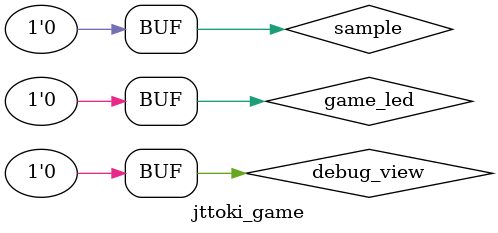
<source format=v>


//This program is free software: you can redistribute it and/or modify
//it under the terms of the GNU General Public License as published by
//the Free Software Foundation, either version 3 of the License, or
//(at your option) any later version.

//This program is distributed in the hope that it will be useful,
//but WITHOUT ANY WARRANTY; without even the implied warranty of
//MERCHANTABILITY or FITNESS FOR A PARTICULAR PURPOSE.  See the
//GNU General Public License for more details.

//You should have received a copy of the GNU General Public License
//along with this program.  If not, see <http://www.gnu.org/licenses/>.

////////// toki game main module /////////////////////
//
// This is Toki main module that init and wire :
//  - main module 
//  - video module
//  - sound module 
//
module jttoki_game(
    `include "jtframe_game_ports.inc" // see $JTFRAME/hdl/inc/jtframe_game_ports.inc
  );

wire hblank;
wire vblank;

assign LHBL = ~hblank;
assign LVBL = ~vblank;

wire  [8:0] hpos;
wire  [8:0] vpos;
wire [10:1] palette_addr;
wire [15:0] palette_out;

wire [10:1] vram_addr;
wire [15:0] vram_out;

wire [10:1] bg1_addr;
wire [15:0] bg1_out;

wire [10:1] bg2_addr;
wire [15:0] bg2_out;

wire [10:1] sprite_addr;
wire [15:0] sprite_out;

wire  [6:1] scroll_addr;
wire [15:0] scroll_out;

wire [8:0]  bg1_scroll_x;
wire [8:0]  bg1_scroll_y;
wire [8:0]  bg2_scroll_x;
wire [8:0]  bg2_scroll_y;
wire        bg_order;

wire m68k_sound_cs_2;
wire m68k_sound_cs_4;
wire m68k_sound_cs_6;

wire [15:0] m68k_sound_latch_0;
wire [15:0] m68k_sound_latch_1;
wire [15:0] z80_sound_latch_0; 
wire [15:0] z80_sound_latch_1;
wire [15:0] z80_sound_latch_2;

assign debug_view = 0;
assign game_led   = 0;
assign sample     = 0;

//////// MAIN ////////////
//
// main module 
// - 68k cpu
// - cpu ram & video ram
// - scroll latch
// - sound latch
//
toki_main  u_main(
  .rst(rst),

  // Clock
  .clk(clk),
  .clk48(clk48),
  .pxl_cen(pxl_cen),
  .pxl2_cen(pxl2_cen),

  // Video 
  .hsync(HS),
  .vsync(VS),
  .vblank(vblank),
  .hpos(hpos),
  .vpos(vpos),

  // Input
  .start_button(cab_1p),
  .joystick1(joystick1),
  .joystick2(joystick2),

  // DIP switches
  .dipsw(dipsw),
  .dip_pause(dip_pause),
  .service(service),

  // 68K rom
  .cpu_rom_addr(cpu_rom_addr),
  .cpu_rom_cs(cpu_rom_cs),
  .cpu_rom_ok(cpu_rom_ok),
  .cpu_rom_data(cpu_rom_data),

  //Shared video RAM 
  .palette_addr(palette_addr),
  .palette_out(palette_out),

  .vram_addr(vram_addr),
  .vram_out(vram_out),

  .bg1_addr(bg1_addr),
  .bg1_out(bg1_out),

  .bg2_addr(bg2_addr),
  .bg2_out(bg2_out),

  .sprite_addr(sprite_addr),
  .sprite_out(sprite_out),

  //Scroll latch
  .bg1_scroll_x(bg1_scroll_x),
  .bg1_scroll_y(bg1_scroll_y),
  .bg2_scroll_x(bg2_scroll_x),
  .bg2_scroll_y(bg2_scroll_y),
  .bg_order(bg_order),

  //Sound latch
  .sound_cs_2(m68k_sound_cs_2),
  .sound_cs_4(m68k_sound_cs_4),
  .sound_cs_6(m68k_sound_cs_6),

  .m68k_sound_latch_0(m68k_sound_latch_0),
  .m68k_sound_latch_1(m68k_sound_latch_1),

  //Sound input from z80
  .z80_sound_latch_0(z80_sound_latch_0),
  .z80_sound_latch_1(z80_sound_latch_1),
  .z80_sound_latch_2(z80_sound_latch_2)
);

//////// VIDEO ////////////
//
// video module 
// - char, tile & sprite drawing 
// - vga sync 
//
toki_video u_video(
  .rst(rst),
  .clk(clk),
  .pxl_cen(pxl_cen),
  .pxl2_cen(pxl2_cen),

  // Video signal
  .hsync(HS),
  .vsync(VS),
  .hblank(hblank),
  .vblank(vblank),
  .hpos(hpos),
  .vpos(vpos),
  .gfx_en(gfx_en),

  .r(red),
  .g(green),
  .b(blue),

  //Shared video RAM
  .palette_addr(palette_addr),
  .palette_out(palette_out),

  .vram_addr(vram_addr),
  .vram_out(vram_out),

  .bg1_addr(bg1_addr),
  .bg1_out(bg1_out),

  .bg2_addr(bg2_addr),
  .bg2_out(bg2_out),

  .sprite_addr(sprite_addr),
  .sprite_out(sprite_out),

  //GFX ROM 
  .gfx1_rom_data(gfx1_rom_data),
  .gfx1_rom_ok(gfx1_rom_ok),
  .gfx1_rom_addr(gfx1_rom_addr),
  .gfx1_rom_cs(gfx1_rom_cs),

  .gfx2_rom_data(gfx2_rom_data),
  .gfx2_rom_ok(gfx2_rom_ok),
  .gfx2_rom_addr(gfx2_rom_addr),
  .gfx2_rom_cs(gfx2_rom_cs),

  .gfx3_rom_data(gfx3_rom_data),
  .gfx3_rom_ok(gfx3_rom_ok),
  .gfx3_rom_addr(gfx3_rom_addr),
  .gfx3_rom_cs(gfx3_rom_cs),

  .gfx4_rom_data(gfx4_rom_data),
  .gfx4_rom_ok(gfx4_rom_ok),
  .gfx4_rom_addr(gfx4_rom_addr),
  .gfx4_rom_cs(gfx4_rom_cs),

  // scroll latch
  .bg1_scroll_x(bg1_scroll_x),
  .bg1_scroll_y(bg1_scroll_y),
  .bg2_scroll_x(bg2_scroll_x),
  .bg2_scroll_y(bg2_scroll_y),
  .bg_order(bg_order)
);

//////// SOUND ////////////
//
// sound module
// seibu sound system: 
// - z80 
// - sei80bu z80 rom decypher
// - oki6295 / pcm 
// - ym3812 / fm 
// - coin input 
// 
toki_sound u_sound(
  .rst(rst),
  .clk(clk),
  .clk48(clk48),

  .coin_input(coin),

  .snd(snd),
  .fxlevel(dip_fxlevel),
  .enable_fm(enable_fm),
  .enable_psg(enable_psg),

  .z80_rom_addr(z80_rom_addr),
  .z80_rom_data(z80_rom_data),
  .z80_rom_ok(z80_rom_ok),
  .z80_rom_cs(z80_rom_cs),

  .bank_rom_addr(bank_rom_addr),
  .bank_rom_data(bank_rom_data),
  .bank_rom_ok(bank_rom_ok),
  .bank_rom_cs(bank_rom_cs),

  .pcm_rom_addr(pcm_rom_addr),
  .pcm_rom_data(pcm_rom_data),
  .pcm_rom_ok(pcm_rom_ok),
  .pcm_rom_cs(pcm_rom_cs),

  .m68k_sound_cs_2(m68k_sound_cs_2),
  .m68k_sound_cs_4(m68k_sound_cs_4),
  .m68k_sound_cs_6(m68k_sound_cs_6),

  .m68k_sound_latch_0(m68k_sound_latch_0),
  .m68k_sound_latch_1(m68k_sound_latch_1),
  .z80_sound_latch_0(z80_sound_latch_0),
  .z80_sound_latch_1(z80_sound_latch_1),
  .z80_sound_latch_2(z80_sound_latch_2)
);

endmodule

</source>
